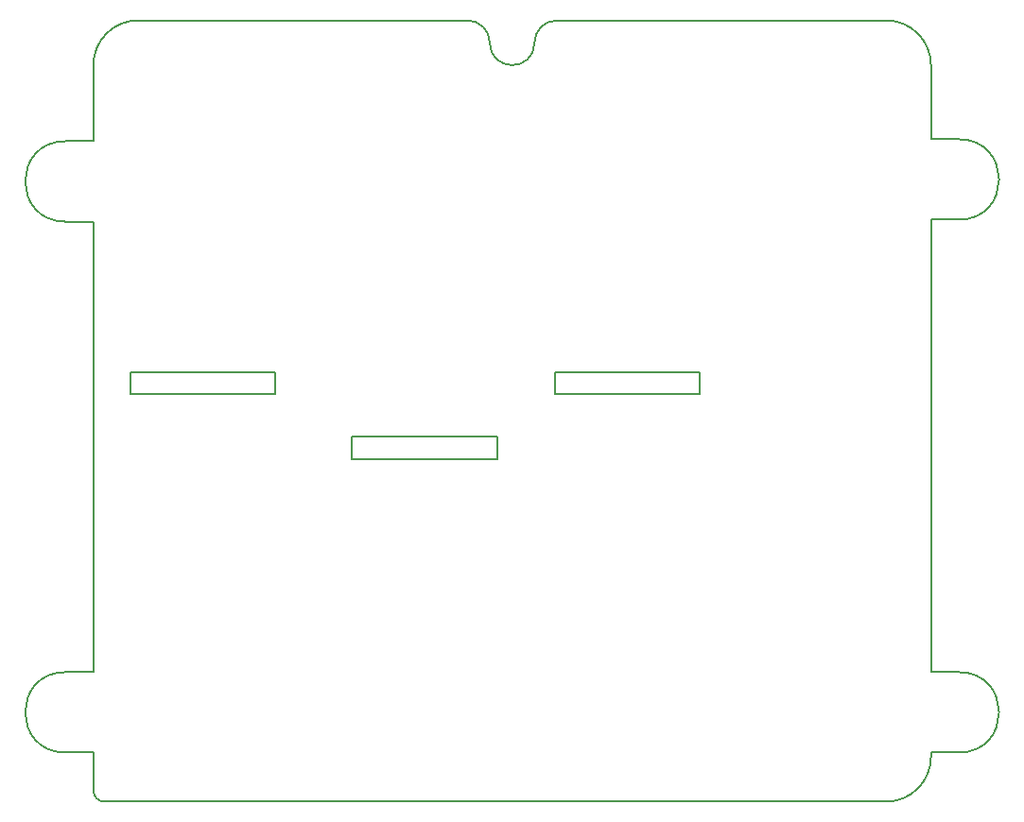
<source format=gm1>
G04*
G04 #@! TF.GenerationSoftware,Altium Limited,Altium Designer,20.1.12 (249)*
G04*
G04 Layer_Color=5020405*
%FSLAX44Y44*%
%MOMM*%
G71*
G04*
G04 #@! TF.SameCoordinates,C66115CE-68B5-461B-9334-50AF4D89B24F*
G04*
G04*
G04 #@! TF.FilePolarity,Positive*
G04*
G01*
G75*
%ADD65C,0.1500*%
D65*
X775000Y44000D02*
G03*
X775000Y116000I0J36000D01*
G01*
Y521500D02*
G03*
X775000Y593500I0J36000D01*
G01*
X-25000Y591750D02*
G03*
X-25000Y519750I0J-36000D01*
G01*
Y116000D02*
G03*
X-25000Y44000I0J-36000D01*
G01*
X415000Y700000D02*
G03*
X395000Y680000I0J-20000D01*
G01*
X355000D02*
G03*
X335000Y700000I-20000J0D01*
G01*
X355000Y680000D02*
G03*
X395000Y680000I20000J0D01*
G01*
X750000Y660000D02*
G03*
X710000Y700000I-40000J0D01*
G01*
X40000D02*
G03*
X0Y660000I0J-40000D01*
G01*
X710000Y0D02*
G03*
X750000Y40000I0J40000D01*
G01*
X0Y10000D02*
G03*
X10000Y0I10000J0D01*
G01*
X231500Y327000D02*
X361500D01*
Y307000D02*
Y327000D01*
X231500Y307000D02*
X361500D01*
X231500D02*
Y327000D01*
X413000Y385000D02*
X543000D01*
Y365000D02*
Y385000D01*
X413000Y365000D02*
X543000D01*
X413000D02*
Y385000D01*
X33000Y365000D02*
Y385000D01*
Y365000D02*
X163000D01*
Y385000D01*
X33000D02*
X163000D01*
X0Y116000D02*
Y519750D01*
X-12500D02*
X0D01*
X-25000D02*
X-12500D01*
X0Y591750D02*
Y660000D01*
X-12500Y591750D02*
X0D01*
X-25000D02*
X-12500D01*
X758734Y521500D02*
X775000D01*
X750000D02*
X758734D01*
X750000D02*
X750000Y116000D01*
X762500Y593500D02*
X775000D01*
X750000D02*
X762500D01*
X750000D02*
Y660000D01*
X750000Y40000D02*
Y44000D01*
X762500D02*
X775000D01*
X750000D02*
X762500D01*
Y116000D02*
X775000D01*
X750000D02*
X762500D01*
X-25000D02*
X0D01*
Y10000D02*
Y44000D01*
X-25000D02*
X0D01*
X415000Y700000D02*
X710000D01*
X40000D02*
X335000D01*
X10000Y0D02*
X710000D01*
M02*

</source>
